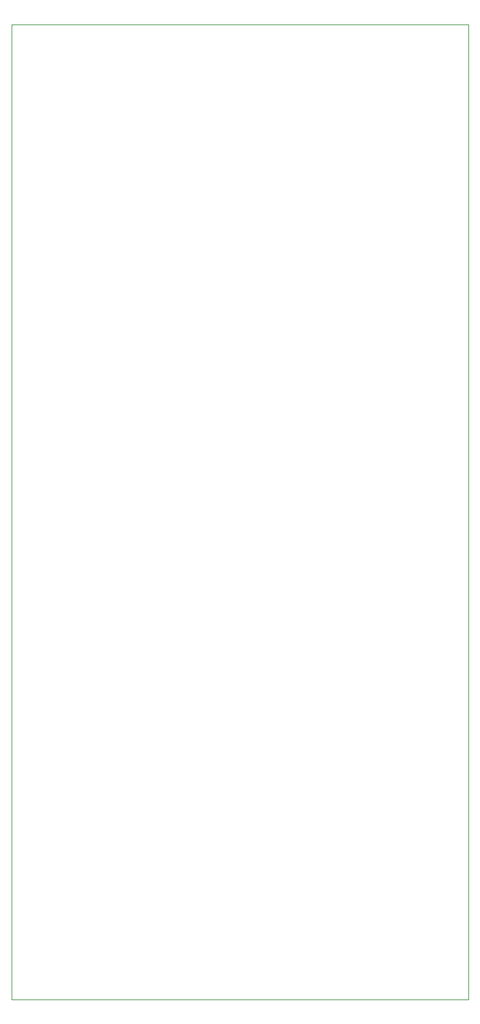
<source format=gm1>
G04 #@! TF.GenerationSoftware,KiCad,Pcbnew,(6.0.1)*
G04 #@! TF.CreationDate,2022-09-13T09:45:50+02:00*
G04 #@! TF.ProjectId,MS20-VCF,4d533230-2d56-4434-962e-6b696361645f,rev?*
G04 #@! TF.SameCoordinates,Original*
G04 #@! TF.FileFunction,Profile,NP*
%FSLAX46Y46*%
G04 Gerber Fmt 4.6, Leading zero omitted, Abs format (unit mm)*
G04 Created by KiCad (PCBNEW (6.0.1)) date 2022-09-13 09:45:50*
%MOMM*%
%LPD*%
G01*
G04 APERTURE LIST*
G04 #@! TA.AperFunction,Profile*
%ADD10C,0.050000*%
G04 #@! TD*
G04 APERTURE END LIST*
D10*
X237000000Y-27500000D02*
X237000000Y-155500000D01*
X177000000Y-155500000D02*
X176999999Y-151000001D01*
X177000000Y-27500000D02*
X176999999Y-151000001D01*
X237000000Y-155500000D02*
X177000000Y-155500000D01*
X177000000Y-27500000D02*
X237000000Y-27500000D01*
M02*

</source>
